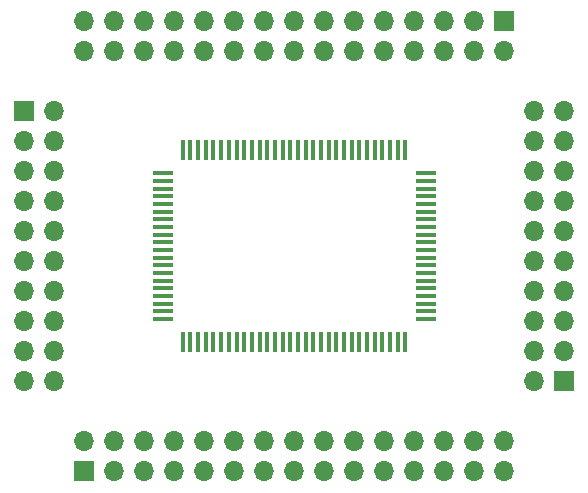
<source format=gbr>
%TF.GenerationSoftware,KiCad,Pcbnew,(6.0.11)*%
%TF.CreationDate,2024-01-13T12:12:08-05:00*%
%TF.ProjectId,PQFP-100-Adapter,50514650-2d31-4303-902d-416461707465,rev?*%
%TF.SameCoordinates,Original*%
%TF.FileFunction,Soldermask,Top*%
%TF.FilePolarity,Negative*%
%FSLAX46Y46*%
G04 Gerber Fmt 4.6, Leading zero omitted, Abs format (unit mm)*
G04 Created by KiCad (PCBNEW (6.0.11)) date 2024-01-13 12:12:08*
%MOMM*%
%LPD*%
G01*
G04 APERTURE LIST*
G04 Aperture macros list*
%AMRoundRect*
0 Rectangle with rounded corners*
0 $1 Rounding radius*
0 $2 $3 $4 $5 $6 $7 $8 $9 X,Y pos of 4 corners*
0 Add a 4 corners polygon primitive as box body*
4,1,4,$2,$3,$4,$5,$6,$7,$8,$9,$2,$3,0*
0 Add four circle primitives for the rounded corners*
1,1,$1+$1,$2,$3*
1,1,$1+$1,$4,$5*
1,1,$1+$1,$6,$7*
1,1,$1+$1,$8,$9*
0 Add four rect primitives between the rounded corners*
20,1,$1+$1,$2,$3,$4,$5,0*
20,1,$1+$1,$4,$5,$6,$7,0*
20,1,$1+$1,$6,$7,$8,$9,0*
20,1,$1+$1,$8,$9,$2,$3,0*%
G04 Aperture macros list end*
%ADD10R,1.700000X1.700000*%
%ADD11O,1.700000X1.700000*%
%ADD12RoundRect,0.100000X0.100000X-0.775000X0.100000X0.775000X-0.100000X0.775000X-0.100000X-0.775000X0*%
%ADD13RoundRect,0.100000X0.775000X-0.100000X0.775000X0.100000X-0.775000X0.100000X-0.775000X-0.100000X0*%
G04 APERTURE END LIST*
D10*
%TO.C,J3*%
X170180000Y-78740000D03*
D11*
X170180000Y-81280000D03*
X167640000Y-78740000D03*
X167640000Y-81280000D03*
X165100000Y-78740000D03*
X165100000Y-81280000D03*
X162560000Y-78740000D03*
X162560000Y-81280000D03*
X160020000Y-78740000D03*
X160020000Y-81280000D03*
X157480000Y-78740000D03*
X157480000Y-81280000D03*
X154940000Y-78740000D03*
X154940000Y-81280000D03*
X152400000Y-78740000D03*
X152400000Y-81280000D03*
X149860000Y-78740000D03*
X149860000Y-81280000D03*
X147320000Y-78740000D03*
X147320000Y-81280000D03*
X144780000Y-78740000D03*
X144780000Y-81280000D03*
X142240000Y-78740000D03*
X142240000Y-81280000D03*
X139700000Y-78740000D03*
X139700000Y-81280000D03*
X137160000Y-78740000D03*
X137160000Y-81280000D03*
X134620000Y-78740000D03*
X134620000Y-81280000D03*
%TD*%
D10*
%TO.C,J2*%
X175260000Y-109220000D03*
D11*
X172720000Y-109220000D03*
X175260000Y-106680000D03*
X172720000Y-106680000D03*
X175260000Y-104140000D03*
X172720000Y-104140000D03*
X175260000Y-101600000D03*
X172720000Y-101600000D03*
X175260000Y-99060000D03*
X172720000Y-99060000D03*
X175260000Y-96520000D03*
X172720000Y-96520000D03*
X175260000Y-93980000D03*
X172720000Y-93980000D03*
X175260000Y-91440000D03*
X172720000Y-91440000D03*
X175260000Y-88900000D03*
X172720000Y-88900000D03*
X175260000Y-86360000D03*
X172720000Y-86360000D03*
%TD*%
D10*
%TO.C,J4*%
X129535000Y-86365000D03*
D11*
X132075000Y-86365000D03*
X129535000Y-88905000D03*
X132075000Y-88905000D03*
X129535000Y-91445000D03*
X132075000Y-91445000D03*
X129535000Y-93985000D03*
X132075000Y-93985000D03*
X129535000Y-96525000D03*
X132075000Y-96525000D03*
X129535000Y-99065000D03*
X132075000Y-99065000D03*
X129535000Y-101605000D03*
X132075000Y-101605000D03*
X129535000Y-104145000D03*
X132075000Y-104145000D03*
X129535000Y-106685000D03*
X132075000Y-106685000D03*
X129535000Y-109225000D03*
X132075000Y-109225000D03*
%TD*%
D10*
%TO.C,J1*%
X134625000Y-116845000D03*
D11*
X134625000Y-114305000D03*
X137165000Y-116845000D03*
X137165000Y-114305000D03*
X139705000Y-116845000D03*
X139705000Y-114305000D03*
X142245000Y-116845000D03*
X142245000Y-114305000D03*
X144785000Y-116845000D03*
X144785000Y-114305000D03*
X147325000Y-116845000D03*
X147325000Y-114305000D03*
X149865000Y-116845000D03*
X149865000Y-114305000D03*
X152405000Y-116845000D03*
X152405000Y-114305000D03*
X154945000Y-116845000D03*
X154945000Y-114305000D03*
X157485000Y-116845000D03*
X157485000Y-114305000D03*
X160025000Y-116845000D03*
X160025000Y-114305000D03*
X162565000Y-116845000D03*
X162565000Y-114305000D03*
X165105000Y-116845000D03*
X165105000Y-114305000D03*
X167645000Y-116845000D03*
X167645000Y-114305000D03*
X170185000Y-116845000D03*
X170185000Y-114305000D03*
%TD*%
D12*
%TO.C,U1*%
X142975000Y-105915000D03*
X143625000Y-105915000D03*
X144275000Y-105915000D03*
X144925000Y-105915000D03*
X145575000Y-105915000D03*
X146225000Y-105915000D03*
X146875000Y-105915000D03*
X147525000Y-105915000D03*
X148175000Y-105915000D03*
X148825000Y-105915000D03*
X149475000Y-105915000D03*
X150125000Y-105915000D03*
X150775000Y-105915000D03*
X151425000Y-105915000D03*
X152075000Y-105915000D03*
X152725000Y-105915000D03*
X153375000Y-105915000D03*
X154025000Y-105915000D03*
X154675000Y-105915000D03*
X155325000Y-105915000D03*
X155975000Y-105915000D03*
X156625000Y-105915000D03*
X157275000Y-105915000D03*
X157925000Y-105915000D03*
X158575000Y-105915000D03*
X159225000Y-105915000D03*
X159875000Y-105915000D03*
X160525000Y-105915000D03*
X161175000Y-105915000D03*
X161825000Y-105915000D03*
D13*
X163525000Y-103965000D03*
X163525000Y-103315000D03*
X163525000Y-102665000D03*
X163525000Y-102015000D03*
X163525000Y-101365000D03*
X163525000Y-100715000D03*
X163525000Y-100065000D03*
X163525000Y-99415000D03*
X163525000Y-98765000D03*
X163525000Y-98115000D03*
X163525000Y-97465000D03*
X163525000Y-96815000D03*
X163525000Y-96165000D03*
X163525000Y-95515000D03*
X163525000Y-94865000D03*
X163525000Y-94215000D03*
X163525000Y-93565000D03*
X163525000Y-92915000D03*
X163525000Y-92265000D03*
X163525000Y-91615000D03*
D12*
X161825000Y-89665000D03*
X161175000Y-89665000D03*
X160525000Y-89665000D03*
X159875000Y-89665000D03*
X159225000Y-89665000D03*
X158575000Y-89665000D03*
X157925000Y-89665000D03*
X157275000Y-89665000D03*
X156625000Y-89665000D03*
X155975000Y-89665000D03*
X155325000Y-89665000D03*
X154675000Y-89665000D03*
X154025000Y-89665000D03*
X153375000Y-89665000D03*
X152725000Y-89665000D03*
X152075000Y-89665000D03*
X151425000Y-89665000D03*
X150775000Y-89665000D03*
X150125000Y-89665000D03*
X149475000Y-89665000D03*
X148825000Y-89665000D03*
X148175000Y-89665000D03*
X147525000Y-89665000D03*
X146875000Y-89665000D03*
X146225000Y-89665000D03*
X145575000Y-89665000D03*
X144925000Y-89665000D03*
X144275000Y-89665000D03*
X143625000Y-89665000D03*
X142975000Y-89665000D03*
D13*
X141275000Y-91615000D03*
X141275000Y-92265000D03*
X141275000Y-92915000D03*
X141275000Y-93565000D03*
X141275000Y-94215000D03*
X141275000Y-94865000D03*
X141275000Y-95515000D03*
X141275000Y-96165000D03*
X141275000Y-96815000D03*
X141275000Y-97465000D03*
X141275000Y-98115000D03*
X141275000Y-98765000D03*
X141275000Y-99415000D03*
X141275000Y-100065000D03*
X141275000Y-100715000D03*
X141275000Y-101365000D03*
X141275000Y-102015000D03*
X141275000Y-102665000D03*
X141275000Y-103315000D03*
X141275000Y-103965000D03*
%TD*%
M02*

</source>
